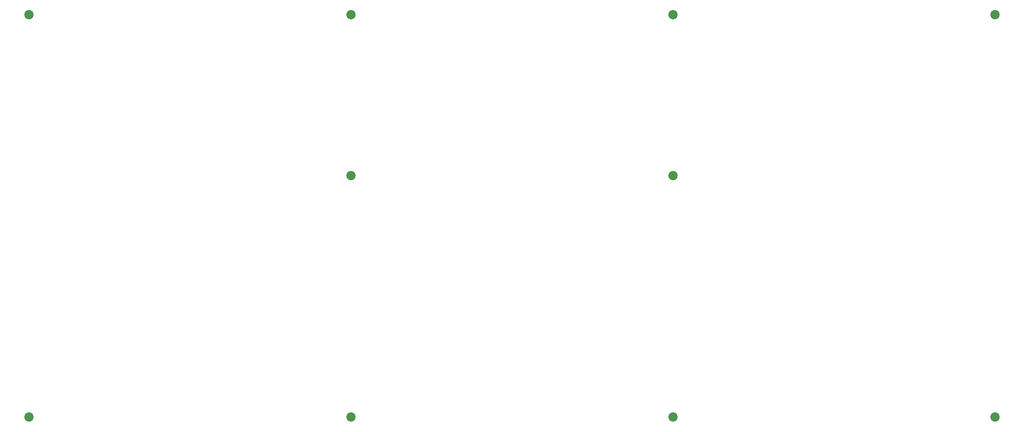
<source format=gbr>
G04 #@! TF.GenerationSoftware,KiCad,Pcbnew,(5.1.9)-1*
G04 #@! TF.CreationDate,2021-06-18T19:29:58-04:00*
G04 #@! TF.ProjectId,top,746f702e-6b69-4636-9164-5f7063625858,rev?*
G04 #@! TF.SameCoordinates,Original*
G04 #@! TF.FileFunction,Soldermask,Top*
G04 #@! TF.FilePolarity,Negative*
%FSLAX46Y46*%
G04 Gerber Fmt 4.6, Leading zero omitted, Abs format (unit mm)*
G04 Created by KiCad (PCBNEW (5.1.9)-1) date 2021-06-18 19:29:58*
%MOMM*%
%LPD*%
G01*
G04 APERTURE LIST*
%ADD10C,2.200000*%
G04 APERTURE END LIST*
D10*
X121446300Y-59532500D03*
X197647900Y-59532500D03*
X273849500Y-116683700D03*
X273849500Y-21431700D03*
X197647900Y-116683700D03*
X197647900Y-21431700D03*
X121446300Y-116683700D03*
X121446300Y-21431700D03*
X45244700Y-116683700D03*
X45244700Y-21431700D03*
M02*

</source>
